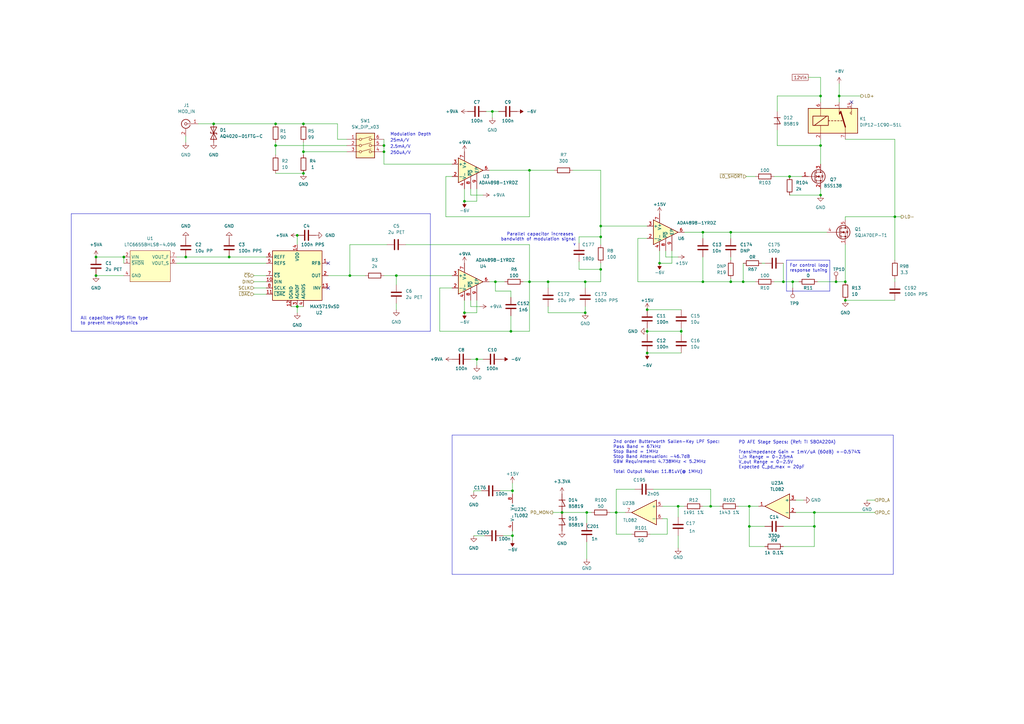
<source format=kicad_sch>
(kicad_sch (version 20230121) (generator eeschema)
  (paper "A3")
  (title_block (title "Kirdy") (date "2022-07-03") (rev "r0.1") (company "M-Labs") (comment 1 "Alex Wong Tat Hang"))
  (lib_symbols
    (symbol "Amplifier_Operational:ADA4898-1YRDZ" (pin_names (offset 0.127))
      (property "Reference" "U" (at 3.81 3.81 0))
      (property "Value" "ADA4898-1YRDZ" (at 11.43 -2.54 0))
      (symbol "ADA4898-1YRDZ_1_1"
        (pin input line (at -7.62 -2.54 0) (length 2.54) (name "-") (number "2"))
        (pin input line (at -7.62 2.54 0) (length 2.54) (name "+") (number "3"))
        (pin power_in line (at -2.54 -7.62 90) (length 3.81) (name "V-") (number "4"))
        (pin output line (at 7.62 0 180) (length 2.54) (name "~") (number "6"))
        (pin power_in line (at -2.54 7.62 270) (length 3.81) (name "V+") (number "7"))
        (pin input line (at 0 -7.62 90) (length 5.08) (name "~{PD}") (number "8"))
        (pin passive line (at 2.54 -7.62 90) (length 6.35) (name "EP") (number "9"))
      )
    )
    (symbol "Amplifier_Operational:TL082" (pin_names (offset 0.127))
      (property "Reference" "U" (at 0 5.08 0))
      (property "Value" "TL082" (at 0 -5.08 0))
      (symbol "TL082_1_1"
        (pin output line (at 7.62 0 180) (length 2.54) (name "~") (number "1"))
        (pin input line (at -7.62 -2.54 0) (length 2.54) (name "-") (number "2"))
        (pin input line (at -7.62 2.54 0) (length 2.54) (name "+") (number "3"))
      )
      (symbol "TL082_2_1"
        (pin input line (at -7.62 2.54 0) (length 2.54) (name "+") (number "5"))
        (pin input line (at -7.62 -2.54 0) (length 2.54) (name "-") (number "6"))
        (pin output line (at 7.62 0 180) (length 2.54) (name "~") (number "7"))
      )
      (symbol "TL082_3_1"
        (pin power_in line (at -2.54 -7.62 90) (length 3.81) (name "V-") (number "4"))
        (pin power_in line (at -2.54 7.62 270) (length 3.81) (name "V+") (number "8"))
      )
    )
    (symbol "Analog_DAC:MAX5719xSD"
      (property "Reference" "U" (at -10.16 11.43 0))
      (property "Value" "MAX5719xSD" (at 1.27 11.43 0))
      (symbol "MAX5719xSD_1_1"
        (pin passive line (at 12.7 5.08 180) (length 2.54) (name "RFB") (number "1"))
        (pin input line (at -12.7 -2.54 0) (length 2.54) (name "DIN") (number "10"))
        (pin input line (at -12.7 -7.62 0) (length 2.54) (name "~{LDAC}") (number "11"))
        (pin power_in line (at -2.54 -12.7 90) (length 2.54) (name "DGND") (number "12"))
        (pin passive line (at 12.7 -5.08 180) (length 2.54) (name "INV") (number "13"))
        (pin power_in line (at 0 12.7 270) (length 2.54) (name "VDD") (number "14"))
        (pin output line (at 12.7 0 180) (length 2.54) (name "OUT") (number "2"))
        (pin power_in line (at 0 -12.7 90) (length 2.54) (name "AGNDF") (number "3"))
        (pin power_in line (at 2.54 -12.7 90) (length 2.54) (name "AGNDS") (number "4"))
        (pin input line (at -12.7 5.08 0) (length 2.54) (name "REFS") (number "5"))
        (pin input line (at -12.7 7.62 0) (length 2.54) (name "REFF") (number "6"))
        (pin input line (at -12.7 0 0) (length 2.54) (name "~{CS}") (number "7"))
        (pin input line (at -12.7 -5.08 0) (length 2.54) (name "SCLK") (number "8"))
        (pin no_connect line (at 10.16 -7.62 180) (length 2.54) hide (name "NC") (number "9"))
      )
    )
    (symbol "Connector:Conn_Coaxial" (pin_names (offset 1.016) hide)
      (property "Reference" "J" (at 0.254 3.048 0))
      (property "Value" "Conn_Coaxial" (at 2.921 0 90))
      (symbol "Conn_Coaxial_1_1"
        (pin passive line (at -5.08 0 0) (length 2.54) (name "In") (number "1"))
        (pin passive line (at 0 -5.08 90) (length 2.54) (name "Ext") (number "2"))
      )
    )
    (symbol "Connector:TestPoint" (pin_numbers hide) (pin_names (offset 0.762) hide)
      (property "Reference" "TP" (at 0 6.858 0))
      (property "Value" "TestPoint" (at 0 5.08 0))
      (symbol "TestPoint_1_1"
        (pin passive line (at 0 0 90) (length 2.54) (name "1") (number "1"))
      )
    )
    (symbol "Device:C" (pin_numbers hide) (pin_names (offset 0.254))
      (property "Reference" "C" (at 0.635 2.54 0))
      (property "Value" "C" (at 0.635 -2.54 0))
      (symbol "C_1_1"
        (pin passive line (at 0 3.81 270) (length 2.794) (name "~") (number "1"))
        (pin passive line (at 0 -3.81 90) (length 2.794) (name "~") (number "2"))
      )
    )
    (symbol "Device:D_Shockley" (pin_numbers hide) (pin_names (offset 1.016) hide)
      (property "Reference" "D" (at 0 2.54 0))
      (property "Value" "D_Shockley" (at 0 -2.54 0))
      (symbol "D_Shockley_1_1"
        (pin passive line (at -3.81 0 0) (length 2.54) (name "K") (number "1"))
        (pin passive line (at 3.81 0 180) (length 2.54) (name "A") (number "2"))
      )
    )
    (symbol "Device:D_TVS" (pin_numbers hide) (pin_names (offset 1.016) hide)
      (property "Reference" "D" (at 0 2.54 0))
      (property "Value" "D_TVS" (at 0 -2.54 0))
      (symbol "D_TVS_1_1"
        (pin passive line (at -3.81 0 0) (length 2.54) (name "A1") (number "1"))
        (pin passive line (at 3.81 0 180) (length 2.54) (name "A2") (number "2"))
      )
    )
    (symbol "Device:R" (pin_numbers hide) (pin_names (offset 0))
      (property "Reference" "R" (at 2.032 0 90))
      (property "Value" "R" (at 0 0 90))
      (symbol "R_1_1"
        (pin passive line (at 0 3.81 270) (length 1.27) (name "~") (number "1"))
        (pin passive line (at 0 -3.81 90) (length 1.27) (name "~") (number "2"))
      )
    )
    (symbol "Relay:DIPxx-1Cxx-51x"
      (property "Reference" "K" (at 11.43 3.81 0))
      (property "Value" "DIPxx-1Cxx-51x" (at 11.43 1.27 0))
      (symbol "DIPxx-1Cxx-51x_1_1"
        (pin passive line (at 2.54 7.62 270) (length 2.54) (name "~") (number "1"))
        (pin passive line (at 7.62 7.62 270) (length 2.54) (name "~") (number "14"))
        (pin passive line (at -5.08 -7.62 90) (length 2.54) (name "~") (number "2"))
        (pin passive line (at -5.08 7.62 270) (length 2.54) (name "~") (number "6"))
        (pin passive line (at 5.08 -7.62 90) (length 2.54) (name "~") (number "7"))
        (pin passive line (at 5.08 -7.62 90) (length 2.54) hide (name "~") (number "8"))
      )
    )
    (symbol "Switch:SW_DIP_x03" (pin_names (offset 0) hide)
      (property "Reference" "SW" (at 0 8.89 0))
      (property "Value" "SW_DIP_x03" (at 0 -3.81 0))
      (symbol "SW_DIP_x03_1_1"
        (pin passive line (at -7.62 5.08 0) (length 5.08) (name "~") (number "1"))
        (pin passive line (at -7.62 2.54 0) (length 5.08) (name "~") (number "2"))
        (pin passive line (at -7.62 0 0) (length 5.08) (name "~") (number "3"))
        (pin passive line (at 7.62 0 180) (length 5.08) (name "~") (number "4"))
        (pin passive line (at 7.62 2.54 180) (length 5.08) (name "~") (number "5"))
        (pin passive line (at 7.62 5.08 180) (length 5.08) (name "~") (number "6"))
      )
    )
    (symbol "Transistor_FET:BSS138" (pin_names hide)
      (property "Reference" "Q" (at 5.08 1.905 0))
      (property "Value" "BSS138" (at 5.08 0 0))
      (symbol "BSS138_1_1"
        (pin input line (at -5.08 0 0) (length 2.54) (name "G") (number "1"))
        (pin passive line (at 2.54 -5.08 90) (length 2.54) (name "S") (number "2"))
        (pin passive line (at 2.54 5.08 270) (length 2.54) (name "D") (number "3"))
      )
    )
    (symbol "Transistor_FET:CSD17507Q5A" (pin_names hide)
      (property "Reference" "Q" (at 5.08 1.905 0))
      (property "Value" "CSD17507Q5A" (at 5.08 0 0))
      (symbol "CSD17507Q5A_1_1"
        (pin passive line (at 2.54 -5.08 90) (length 2.54) (name "S") (number "1"))
        (pin passive line (at 2.54 -5.08 90) (length 2.54) hide (name "S") (number "2"))
        (pin passive line (at 2.54 -5.08 90) (length 2.54) hide (name "S") (number "3"))
        (pin passive line (at -5.08 0 0) (length 2.54) (name "G") (number "4"))
        (pin passive line (at 2.54 5.08 270) (length 2.54) (name "D") (number "5"))
      )
    )
    (symbol "kirdy:LTC6655"
      (property "Reference" "U" (at 0 -10.16 0))
      (property "Value" "LTC6655" (at 0 -7.62 0))
      (symbol "LTC6655_0_0"
        (pin input line (at -10.16 2.54 0) (length 2.54) (name "~{SHDN}") (number "1"))
        (pin power_in line (at -10.16 5.08 0) (length 2.54) (name "VIN") (number "2"))
        (pin power_in line (at -10.16 -2.54 0) (length 2.54) hide (name "GND") (number "3"))
        (pin power_in line (at -10.16 -2.54 0) (length 2.54) (name "GND") (number "4"))
        (pin power_in line (at -10.16 -2.54 0) (length 2.54) hide (name "GND") (number "5"))
        (pin passive line (at 11.43 2.54 180) (length 2.54) (name "VOUT_S") (number "6"))
        (pin output line (at 11.43 5.08 180) (length 2.54) (name "VOUT_F") (number "7"))
        (pin power_in line (at -10.16 -2.54 0) (length 2.54) hide (name "GND") (number "8"))
      )
    )
    (symbol "power:+15V" (power) (pin_names (offset 0))
      (property "Value" "+15V" (at 0 3.556 0))
      (symbol "+15V_1_1"
        (pin power_in line (at 0 0 90) (length 0) hide (name "+15V") (number "1"))
      )
    )
    (symbol "power:+3.3VA" (power) (pin_names (offset 0))
      (property "Value" "+3.3VA" (at 0 3.556 0))
      (symbol "+3.3VA_1_1"
        (pin power_in line (at 0 0 90) (length 0) hide (name "+3.3VA") (number "1"))
      )
    )
    (symbol "power:+5VA" (power) (pin_names (offset 0))
      (property "Value" "+5VA" (at 0 3.556 0))
      (symbol "+5VA_1_1"
        (pin power_in line (at 0 0 90) (length 0) hide (name "+5VA") (number "1"))
      )
    )
    (symbol "power:+8V" (power) (pin_names (offset 0))
      (property "Value" "+8V" (at 0 3.556 0))
      (symbol "+8V_1_1"
        (pin power_in line (at 0 0 90) (length 0) hide (name "+8V") (number "1"))
      )
    )
    (symbol "power:+9VA" (power) (pin_names (offset 0))
      (property "Value" "+9VA" (at 0 3.81 0))
      (symbol "+9VA_1_1"
        (pin power_in line (at 0 0 90) (length 0) hide (name "+9VA") (number "1"))
      )
    )
    (symbol "power:-6V" (power) (pin_names (offset 0))
      (property "Value" "-6V" (at 0 3.81 0))
      (symbol "-6V_0_0"
        (pin power_in line (at 0 0 90) (length 0) hide (name "-6V") (number "1"))
      )
    )
    (symbol "power:GND" (power) (pin_names (offset 0))
      (property "Value" "GND" (at 0 -3.81 0))
      (symbol "GND_1_1"
        (pin power_in line (at 0 0 270) (length 0) hide (name "GND") (number "1"))
      )
    )
  )
  (junction (at 270.51 107.95))
  (junction (at 124.46 71.12))
  (junction (at 217.17 69.85))
  (junction (at 265.43 135.89))
  (junction (at 203.2 115.57))
  (junction (at 121.92 96.52))
  (junction (at 288.29 95.25))
  (junction (at 367.03 88.9))
  (junction (at 334.01 210.185))
  (junction (at 210.185 201.295))
  (junction (at 87.63 50.8))
  (junction (at 201.93 45.72))
  (junction (at 157.48 62.23))
  (junction (at 240.03 115.57))
  (junction (at 195.58 147.32))
  (junction (at 299.72 115.57))
  (junction (at 265.43 127))
  (junction (at 252.73 210.185))
  (junction (at 346.71 115.57))
  (junction (at 190.5 128.27))
  (junction (at 124.46 50.8))
  (junction (at 336.55 39.37))
  (junction (at 217.17 115.57))
  (junction (at 307.34 207.645))
  (junction (at 224.79 115.57))
  (junction (at 334.01 215.9))
  (junction (at 190.5 82.55))
  (junction (at 325.12 115.57))
  (junction (at 288.29 115.57))
  (junction (at 143.51 113.03))
  (junction (at 336.55 80.01))
  (junction (at 299.72 95.25))
  (junction (at 113.03 50.8))
  (junction (at 162.56 113.03))
  (junction (at 76.2 105.41))
  (junction (at 279.4 135.89))
  (junction (at 210.185 219.71))
  (junction (at 246.38 110.49))
  (junction (at 246.38 92.71))
  (junction (at 50.8 105.41))
  (junction (at 346.71 123.19))
  (junction (at 265.43 144.78))
  (junction (at 291.465 207.645))
  (junction (at 93.98 105.41))
  (junction (at 39.37 113.03))
  (junction (at 278.13 207.645))
  (junction (at 240.03 128.27))
  (junction (at 113.03 59.69))
  (junction (at 307.34 215.9))
  (junction (at 336.55 59.69))
  (junction (at 246.38 97.155))
  (junction (at 344.17 39.37))
  (junction (at 230.505 210.185))
  (junction (at 304.8 115.57))
  (junction (at 124.46 62.23))
  (junction (at 121.92 125.73))
  (junction (at 209.55 135.89))
  (junction (at 240.665 210.185))
  (junction (at 39.37 105.41))
  (junction (at 157.48 59.69))
  (junction (at 342.9 115.57))
  (junction (at 323.85 72.39))
  (junction (at 321.31 115.57))
  (no_connect (at 349.25 41.91))
  (no_connect (at 134.62 118.11))
  (no_connect (at 134.62 107.95))
  (wire (pts (xy 162.56 124.46) (xy 162.56 127)))
  (wire (pts (xy 104.14 113.03) (xy 109.22 113.03)))
  (wire (pts (xy 50.8 105.41) (xy 50.8 107.95)))
  (wire (pts (xy 157.48 59.69) (xy 157.48 62.23)))
  (wire (pts (xy 323.85 72.39) (xy 328.93 72.39)))
  (wire (pts (xy 217.17 115.57) (xy 224.79 115.57)))
  (wire (pts (xy 259.08 219.075) (xy 252.73 219.075)))
  (wire (pts (xy 113.03 71.12) (xy 124.46 71.12)))
  (wire (pts (xy 334.01 210.185) (xy 358.775 210.185)))
  (wire (pts (xy 335.28 115.57) (xy 342.9 115.57)))
  (wire (pts (xy 288.29 95.25) (xy 299.72 95.25)))
  (wire (pts (xy 313.69 224.155) (xy 307.34 224.155)))
  (wire (pts (xy 237.49 107.315) (xy 237.49 110.49)))
  (wire (pts (xy 318.77 59.69) (xy 336.55 59.69)))
  (wire (pts (xy 325.12 118.11) (xy 325.12 115.57)))
  (wire (pts (xy 271.78 212.725) (xy 273.685 212.725)))
  (wire (pts (xy 240.03 115.57) (xy 246.38 115.57)))
  (wire (pts (xy 265.43 135.89) (xy 265.43 137.16)))
  (wire (pts (xy 346.71 90.17) (xy 346.71 88.9)))
  (wire (pts (xy 210.185 219.71) (xy 210.185 221.615)))
  (wire (pts (xy 331.47 31.75) (xy 336.55 31.75)))
  (wire (pts (xy 240.665 210.185) (xy 242.57 210.185)))
  (wire (pts (xy 166.37 100.33) (xy 217.17 100.33)))
  (wire (pts (xy 138.43 57.15) (xy 142.24 57.15)))
  (wire (pts (xy 288.29 207.645) (xy 291.465 207.645)))
  (wire (pts (xy 76.2 58.42) (xy 76.2 55.88)))
  (wire (pts (xy 240.03 118.11) (xy 240.03 115.57)))
  (wire (pts (xy 288.29 95.25) (xy 288.29 97.79)))
  (wire (pts (xy 280.67 95.25) (xy 288.29 95.25)))
  (wire (pts (xy 193.04 125.73) (xy 196.85 125.73)))
  (wire (pts (xy 336.55 31.75) (xy 336.55 39.37)))
  (wire (pts (xy 124.46 58.42) (xy 124.46 62.23)))
  (wire (pts (xy 246.38 107.95) (xy 246.38 110.49)))
  (wire (pts (xy 367.03 114.3) (xy 367.03 115.57)))
  (wire (pts (xy 299.72 95.25) (xy 339.09 95.25)))
  (wire (pts (xy 81.28 50.8) (xy 87.63 50.8)))
  (polyline (pts (xy 322.58 119.38) (xy 340.36 119.38)))
  (wire (pts (xy 104.14 118.11) (xy 109.22 118.11)))
  (wire (pts (xy 237.49 110.49) (xy 246.38 110.49)))
  (wire (pts (xy 252.73 200.66) (xy 252.73 210.185)))
  (wire (pts (xy 206.375 219.71) (xy 210.185 219.71)))
  (wire (pts (xy 273.05 105.41) (xy 278.13 105.41)))
  (wire (pts (xy 237.49 97.155) (xy 246.38 97.155)))
  (polyline (pts (xy 322.58 106.68) (xy 340.36 106.68)))
  (wire (pts (xy 318.77 53.34) (xy 318.77 59.69)))
  (wire (pts (xy 157.48 57.15) (xy 157.48 59.69)))
  (wire (pts (xy 299.72 105.41) (xy 299.72 106.68)))
  (wire (pts (xy 76.2 105.41) (xy 93.98 105.41)))
  (wire (pts (xy 104.14 115.57) (xy 109.22 115.57)))
  (wire (pts (xy 113.03 58.42) (xy 113.03 59.69)))
  (wire (pts (xy 200.66 69.85) (xy 217.17 69.85)))
  (wire (pts (xy 201.93 45.72) (xy 201.93 48.26)))
  (wire (pts (xy 326.39 210.185) (xy 334.01 210.185)))
  (wire (pts (xy 306.07 72.39) (xy 309.88 72.39)))
  (wire (pts (xy 224.79 115.57) (xy 240.03 115.57)))
  (wire (pts (xy 267.97 200.66) (xy 291.465 200.66)))
  (wire (pts (xy 217.17 88.9) (xy 217.17 69.85)))
  (wire (pts (xy 209.55 135.89) (xy 217.17 135.89)))
  (wire (pts (xy 210.185 198.12) (xy 210.185 201.295)))
  (wire (pts (xy 252.73 210.185) (xy 256.54 210.185)))
  (wire (pts (xy 162.56 113.03) (xy 185.42 113.03)))
  (wire (pts (xy 157.48 113.03) (xy 162.56 113.03)))
  (wire (pts (xy 299.72 95.25) (xy 299.72 97.79)))
  (wire (pts (xy 217.17 135.89) (xy 217.17 115.57)))
  (wire (pts (xy 367.03 88.9) (xy 346.71 88.9)))
  (wire (pts (xy 240.03 128.27) (xy 240.03 125.73)))
  (wire (pts (xy 72.39 107.95) (xy 109.22 107.95)))
  (wire (pts (xy 336.55 57.15) (xy 336.55 59.69)))
  (wire (pts (xy 124.46 62.23) (xy 142.24 62.23)))
  (wire (pts (xy 214.63 115.57) (xy 217.17 115.57)))
  (wire (pts (xy 278.13 212.09) (xy 278.13 207.645)))
  (wire (pts (xy 279.4 135.89) (xy 265.43 135.89)))
  (wire (pts (xy 201.93 45.72) (xy 204.47 45.72)))
  (wire (pts (xy 180.34 118.11) (xy 180.34 135.89)))
  (wire (pts (xy 307.34 215.9) (xy 307.34 224.155)))
  (wire (pts (xy 195.58 82.55) (xy 195.58 77.47)))
  (wire (pts (xy 190.5 77.47) (xy 190.5 82.55)))
  (wire (pts (xy 195.58 128.27) (xy 195.58 123.19)))
  (wire (pts (xy 291.465 200.66) (xy 291.465 207.645)))
  (wire (pts (xy 143.51 100.33) (xy 143.51 113.03)))
  (wire (pts (xy 158.75 100.33) (xy 143.51 100.33)))
  (polyline (pts (xy 29.21 87.63) (xy 176.53 87.63)))
  (wire (pts (xy 346.71 123.19) (xy 367.03 123.19)))
  (wire (pts (xy 342.9 115.57) (xy 346.71 115.57)))
  (wire (pts (xy 266.7 219.075) (xy 273.685 219.075)))
  (wire (pts (xy 271.78 207.645) (xy 278.13 207.645)))
  (wire (pts (xy 195.58 147.32) (xy 198.12 147.32)))
  (wire (pts (xy 87.63 50.8) (xy 113.03 50.8)))
  (wire (pts (xy 246.38 97.155) (xy 246.38 100.33)))
  (wire (pts (xy 304.8 107.95) (xy 304.8 115.57)))
  (wire (pts (xy 193.04 77.47) (xy 193.04 80.01)))
  (wire (pts (xy 113.03 50.8) (xy 124.46 50.8)))
  (wire (pts (xy 336.55 39.37) (xy 336.55 41.91)))
  (wire (pts (xy 190.5 82.55) (xy 195.58 82.55)))
  (wire (pts (xy 193.04 147.32) (xy 195.58 147.32)))
  (wire (pts (xy 329.565 205.105) (xy 326.39 205.105)))
  (wire (pts (xy 321.31 115.57) (xy 325.12 115.57)))
  (wire (pts (xy 240.665 222.25) (xy 240.665 229.235)))
  (wire (pts (xy 246.38 69.85) (xy 246.38 92.71)))
  (wire (pts (xy 270.51 107.95) (xy 275.59 107.95)))
  (wire (pts (xy 199.39 45.72) (xy 201.93 45.72)))
  (wire (pts (xy 344.17 39.37) (xy 344.17 41.91)))
  (wire (pts (xy 185.42 72.39) (xy 182.88 72.39)))
  (wire (pts (xy 230.505 210.185) (xy 240.665 210.185)))
  (polyline (pts (xy 340.36 119.38) (xy 340.36 106.68)))
  (wire (pts (xy 72.39 105.41) (xy 76.2 105.41)))
  (wire (pts (xy 180.34 135.89) (xy 209.55 135.89)))
  (wire (pts (xy 193.04 123.19) (xy 193.04 125.73)))
  (wire (pts (xy 134.62 113.03) (xy 143.51 113.03)))
  (wire (pts (xy 209.55 119.38) (xy 203.2 119.38)))
  (wire (pts (xy 93.98 105.41) (xy 109.22 105.41)))
  (wire (pts (xy 291.465 207.645) (xy 295.275 207.645)))
  (wire (pts (xy 317.5 115.57) (xy 321.31 115.57)))
  (wire (pts (xy 367.03 57.15) (xy 346.71 57.15)))
  (wire (pts (xy 250.19 210.185) (xy 252.73 210.185)))
  (wire (pts (xy 334.01 210.185) (xy 334.01 215.9)))
  (wire (pts (xy 234.95 69.85) (xy 246.38 69.85)))
  (wire (pts (xy 278.13 224.79) (xy 278.13 219.71)))
  (wire (pts (xy 39.37 105.41) (xy 50.8 105.41)))
  (wire (pts (xy 39.37 113.03) (xy 50.8 113.03)))
  (wire (pts (xy 369.57 88.9) (xy 367.03 88.9)))
  (wire (pts (xy 318.77 39.37) (xy 336.55 39.37)))
  (wire (pts (xy 302.895 207.645) (xy 307.34 207.645)))
  (wire (pts (xy 190.5 128.27) (xy 195.58 128.27)))
  (wire (pts (xy 124.46 62.23) (xy 124.46 63.5)))
  (wire (pts (xy 270.51 102.87) (xy 270.51 107.95)))
  (polyline (pts (xy 29.21 87.63) (xy 29.21 135.89)))
  (wire (pts (xy 325.12 115.57) (xy 327.66 115.57)))
  (wire (pts (xy 113.03 59.69) (xy 142.24 59.69)))
  (wire (pts (xy 252.73 210.185) (xy 252.73 219.075)))
  (wire (pts (xy 261.62 115.57) (xy 261.62 97.79)))
  (wire (pts (xy 121.92 96.52) (xy 121.92 100.33)))
  (wire (pts (xy 273.685 212.725) (xy 273.685 219.075)))
  (wire (pts (xy 273.05 102.87) (xy 273.05 105.41)))
  (wire (pts (xy 157.48 67.31) (xy 185.42 67.31)))
  (wire (pts (xy 226.695 210.185) (xy 230.505 210.185)))
  (polyline (pts (xy 322.58 106.68) (xy 322.58 119.38)))
  (wire (pts (xy 217.17 69.85) (xy 227.33 69.85)))
  (wire (pts (xy 336.55 59.69) (xy 336.55 67.31)))
  (wire (pts (xy 321.31 224.155) (xy 334.01 224.155)))
  (wire (pts (xy 304.8 115.57) (xy 309.88 115.57)))
  (wire (pts (xy 194.31 201.93) (xy 194.31 201.295)))
  (wire (pts (xy 344.17 39.37) (xy 353.06 39.37)))
  (wire (pts (xy 288.29 115.57) (xy 261.62 115.57)))
  (wire (pts (xy 307.34 207.645) (xy 311.15 207.645)))
  (wire (pts (xy 182.88 88.9) (xy 217.17 88.9)))
  (wire (pts (xy 119.38 125.73) (xy 121.92 125.73)))
  (wire (pts (xy 246.38 92.71) (xy 265.43 92.71)))
  (wire (pts (xy 367.03 88.9) (xy 367.03 106.68)))
  (wire (pts (xy 104.14 120.65) (xy 109.22 120.65)))
  (wire (pts (xy 318.77 45.72) (xy 318.77 39.37)))
  (wire (pts (xy 143.51 113.03) (xy 149.86 113.03)))
  (wire (pts (xy 193.04 80.01) (xy 198.12 80.01)))
  (wire (pts (xy 246.38 92.71) (xy 246.38 97.155)))
  (polyline (pts (xy 29.21 135.89) (xy 176.53 135.89)))
  (wire (pts (xy 210.185 201.295) (xy 210.185 202.565)))
  (wire (pts (xy 194.31 201.295) (xy 197.485 201.295)))
  (wire (pts (xy 224.79 125.73) (xy 224.79 128.27)))
  (wire (pts (xy 299.72 114.3) (xy 299.72 115.57)))
  (wire (pts (xy 367.03 57.15) (xy 367.03 88.9)))
  (wire (pts (xy 190.5 123.19) (xy 190.5 128.27)))
  (wire (pts (xy 224.79 118.11) (xy 224.79 115.57)))
  (wire (pts (xy 203.2 119.38) (xy 203.2 115.57)))
  (wire (pts (xy 321.31 107.95) (xy 321.31 115.57)))
  (wire (pts (xy 209.55 129.54) (xy 209.55 135.89)))
  (wire (pts (xy 205.105 201.295) (xy 210.185 201.295)))
  (wire (pts (xy 279.4 134.62) (xy 279.4 135.89)))
  (wire (pts (xy 344.17 34.29) (xy 344.17 39.37)))
  (wire (pts (xy 312.42 107.95) (xy 313.69 107.95)))
  (wire (pts (xy 246.38 110.49) (xy 246.38 115.57)))
  (wire (pts (xy 323.85 80.01) (xy 336.55 80.01)))
  (wire (pts (xy 113.03 59.69) (xy 113.03 63.5)))
  (wire (pts (xy 121.92 125.73) (xy 121.92 128.27)))
  (wire (pts (xy 217.17 100.33) (xy 217.17 115.57)))
  (wire (pts (xy 279.4 135.89) (xy 279.4 137.16)))
  (wire (pts (xy 210.185 217.805) (xy 210.185 219.71)))
  (wire (pts (xy 162.56 113.03) (xy 162.56 116.84)))
  (wire (pts (xy 157.48 62.23) (xy 157.48 67.31)))
  (wire (pts (xy 346.71 100.33) (xy 346.71 115.57)))
  (wire (pts (xy 124.46 50.8) (xy 138.43 50.8)))
  (wire (pts (xy 355.6 205.105) (xy 358.775 205.105)))
  (wire (pts (xy 203.2 115.57) (xy 207.01 115.57)))
  (wire (pts (xy 240.665 214.63) (xy 240.665 210.185)))
  (wire (pts (xy 336.55 77.47) (xy 336.55 80.01)))
  (wire (pts (xy 321.31 215.9) (xy 334.01 215.9)))
  (wire (pts (xy 307.34 207.645) (xy 307.34 215.9)))
  (wire (pts (xy 317.5 72.39) (xy 323.85 72.39)))
  (wire (pts (xy 185.42 118.11) (xy 180.34 118.11)))
  (wire (pts (xy 194.31 219.71) (xy 198.755 219.71)))
  (wire (pts (xy 265.43 134.62) (xy 265.43 135.89)))
  (wire (pts (xy 224.79 128.27) (xy 240.03 128.27)))
  (wire (pts (xy 265.43 127) (xy 279.4 127)))
  (wire (pts (xy 260.35 200.66) (xy 252.73 200.66)))
  (wire (pts (xy 288.29 115.57) (xy 299.72 115.57)))
  (wire (pts (xy 209.55 121.92) (xy 209.55 119.38)))
  (wire (pts (xy 265.43 144.78) (xy 279.4 144.78)))
  (wire (pts (xy 278.13 207.645) (xy 280.67 207.645)))
  (wire (pts (xy 200.66 115.57) (xy 203.2 115.57)))
  (wire (pts (xy 138.43 50.8) (xy 138.43 57.15)))
  (wire (pts (xy 275.59 107.95) (xy 275.59 102.87)))
  (wire (pts (xy 288.29 105.41) (xy 288.29 115.57)))
  (wire (pts (xy 195.58 147.32) (xy 195.58 149.86)))
  (wire (pts (xy 299.72 115.57) (xy 304.8 115.57)))
  (polyline (pts (xy 176.53 135.89) (xy 176.53 87.63)))
  (wire (pts (xy 237.49 99.695) (xy 237.49 97.155)))
  (wire (pts (xy 121.92 125.73) (xy 124.46 125.73)))
  (wire (pts (xy 182.88 72.39) (xy 182.88 88.9)))
  (wire (pts (xy 261.62 97.79) (xy 265.43 97.79)))
  (wire (pts (xy 334.01 215.9) (xy 334.01 224.155)))
  (wire (pts (xy 313.69 215.9) (xy 307.34 215.9)))
  (rectangle (start 185.42 178.435) (end 366.395 235.585))
  (text "250uA/V" (at 160.02 63.5 0) (effects (font (size 1.27 1.27)) (justify left bottom)))
  (text "All capacitors PPS film type\nto prevent microphonics " (at 33.02 133.35 0) (effects (font (size 1.27 1.27)) (justify left bottom)))
  (text "2.5mA/V" (at 160.02 60.96 0) (effects (font (size 1.27 1.27)) (justify left bottom)))
  (text "For control loop\nresponse tuning" (at 323.85 111.76 0) (effects (font (size 1.27 1.27)) (justify left bottom)))
  (text "25mA/V" (at 160.02 58.42 0) (effects (font (size 1.27 1.27)) (justify left bottom)))
  (text "PD AFE Stage Specs: (Ref: TI SBOA220A)\n\nTransimpedance Gain = 1mV/uA (60dB) +-0.574%\nI_in Range = 0-2.5mA\nV_out Range = 0-2.5V\nExpected C_pd_max = 20pF" (at 302.895 192.405 0) (effects (font (size 1.27 1.27)) (justify left bottom)))
  (text "\n2nd order Butterworth Sallen-Key LPF Spec:\nPass Band = 67kHz\nStop Band = 1MHz\nStop Band Attenuation: -46.7dB\nGBW Requirement: 4.738MHz < 5.2MHz\n\nTotal Output Noise: 11.81uV(@ 1MHz)" (at 251.46 194.31 0) (effects (font (size 1.27 1.27)) (justify left bottom)))
  (text "Parallel capacitor increases \nbandwidth of modulation signal\nv" (at 236.22 100.965 0) (effects (font (size 1.27 1.27)) (justify right bottom)))
  (text "Modulation Depth" (at 160.02 55.88 0) (effects (font (size 1.27 1.27)) (justify left bottom)))
  (global_label "12Vin" (shape passive) (at 331.47 31.75 180) (property "Intersheetrefs" "${INTERSHEET_REFS}" (effects hide)))
  (hierarchical_label "PD_MON" (shape output) (at 226.695 210.185 180))
  (hierarchical_label "PD_C" (shape input) (at 358.775 210.185 0))
  (hierarchical_label "~{LDAC}" (shape input) (at 104.14 120.65 180))
  (hierarchical_label "~{LD_SHORT}" (shape input) (at 306.07 72.39 180))
  (hierarchical_label "LD+" (shape output) (at 353.06 39.37 0))
  (hierarchical_label "PD_A" (shape input) (at 358.775 205.105 0))
  (hierarchical_label "SCLK" (shape input) (at 104.14 118.11 180))
  (hierarchical_label "DIN" (shape input) (at 104.14 115.57 180))
  (hierarchical_label "LD-" (shape output) (at 369.57 88.9 0))
  (hierarchical_label "~{CS}" (shape input) (at 104.14 113.03 180))
  (symbol (lib_id "Connector:TestPoint") (at 342.9 115.57 0) (unit 1)
    (property "Reference" "TP10" (at 341.63 110.49 0) (effects (justify left)))
    (property "Value" "TestPoint" (effects hide))
    (property "Footprint" "TestPoint:TestPoint_Pad_2.0x2.0mm" (effects hide))
  )
  (symbol (lib_id "Device:R") (at 299.72 110.49 180) (unit 1)
    (property "Reference" "R19" (at 295.91 111.76 0))
    (property "Value" "DNP" (at 295.91 109.22 0))
    (property "Footprint" "Resistor_SMD:R_0603_1608Metric" (effects hide))
  )
  (symbol (lib_id "Device:R") (at 284.48 207.645 90) (unit 1)
    (property "Reference" "R12" (at 284.48 205.105 90))
    (property "Value" "1k91 1%" (at 284.48 210.185 90))
    (property "Footprint" "Resistor_SMD:R_0603_1608Metric" (effects hide))
    (property "MFR_PN_ALT" "WR06X1001FTL" (effects hide))
  )
  (symbol (lib_id "Device:C") (at 264.16 200.66 270) (unit 1)
    (property "Reference" "C195" (at 262.255 196.85 90))
    (property "Value" "2n05" (at 267.97 202.565 90))
    (property "Footprint" "Capacitor_SMD:C_0603_1608Metric" (effects hide))
  )
  (symbol (lib_id "Device:R") (at 323.85 76.2 180) (unit 1)
    (property "Reference" "R104" (at 326.39 74.9299 0) (effects (justify right)))
    (property "Value" "2k" (at 326.39 77.4699 0) (effects (justify right)))
    (property "Footprint" "Resistor_SMD:R_0603_1608Metric" (effects hide))
    (property "MFR_PN" "RC0603FR-072KL" (effects hide))
    (property "MFR_PN_ALT" "ERJ-3EKF2001V" (effects hide))
  )
  (symbol (lib_id "power:GND") (at 336.55 80.01 0) (unit 1)
    (property "Reference" "#PWR0171" (effects hide))
    (property "Value" "GND" (at 336.55 85.09 0))
  )
  (symbol (lib_id "power:-6V") (at 212.09 45.72 270) (unit 1)
    (property "Reference" "#PWR022" (effects hide))
    (property "Value" "-6V" (at 215.9 45.7199 90) (effects (justify left)))
  )
  (symbol (lib_id "Device:C") (at 162.56 100.33 90) (unit 1)
    (property "Reference" "C5" (at 162.56 92.71 90))
    (property "Value" "2u PET" (at 162.56 95.25 90))
    (property "Footprint" "Capacitor_SMD:C_1812_4532Metric" (effects hide))
    (property "MFR_PN" "35MU225MC14532" (effects hide))
  )
  (symbol (lib_id "power:+15V") (at 265.43 127 0) (unit 1)
    (property "Reference" "#PWR028" (effects hide))
    (property "Value" "+15V" (at 265.43 123.19 0))
  )
  (symbol (lib_id "Device:R") (at 331.47 115.57 90) (unit 1)
    (property "Reference" "R11" (at 331.47 118.11 90))
    (property "Value" "0" (at 331.47 113.03 90))
    (property "Footprint" "Resistor_SMD:R_0603_1608Metric" (effects hide))
    (property "MFR_PN" "RMCF0603ZT0R00" (effects hide))
    (property "MFR_PN_ALT" "CR0603-J/-000ELF" (effects hide))
  )
  (symbol (lib_id "power:-6V") (at 205.74 147.32 270) (unit 1)
    (property "Reference" "#PWR023" (effects hide))
    (property "Value" "-6V" (at 209.55 147.3199 90) (effects (justify left)))
  )
  (symbol (lib_id "Device:D_Shockley") (at 230.505 206.375 270) (unit 1)
    (property "Reference" "D14" (at 233.045 205.1049 90) (effects (justify left)))
    (property "Value" "B5819" (at 233.045 207.6449 90) (effects (justify left)))
    (property "Footprint" "Diode_SMD:D_SOD-323" (effects hide))
    (property "MFR_PN" "B5819WS-TP" (effects hide))
  )
  (symbol (lib_id "power:GND") (at 194.31 201.93 0) (unit 1)
    (property "Reference" "#PWR0191" (effects hide))
    (property "Value" "GND" (at 194.31 207.01 0))
  )
  (symbol (lib_id "Device:C") (at 208.28 45.72 90) (unit 1)
    (property "Reference" "C9" (at 208.28 41.91 90))
    (property "Value" "100n" (at 208.28 49.53 90))
    (property "Footprint" "Capacitor_SMD:C_0603_1608Metric" (effects hide))
    (property "MFR_PN" "CL10B104KB8NNWC" (effects hide))
    (property "MFR_PN_ALT" "CL10B104KB8NNNL" (effects hide))
  )
  (symbol (lib_id "Device:R") (at 346.71 119.38 0) (unit 1)
    (property "Reference" "R13" (at 349.25 118.11 0) (effects (justify left)))
    (property "Value" "10" (at 349.25 120.65 0) (effects (justify left)))
    (property "Footprint" "Package_TO_SOT_THT:TO-220-2_Horizontal_TabDown" (effects hide))
    (property "Datasheet" "https://www.alpha-elec.co.jp/w2img/2022100715510167015-PD(EN)_final_10Jan2018.pdf" (effects hide))
    (property "MFR_PN" "PDY10R000F" (effects hide))
  )
  (symbol (lib_id "Relay:DIPxx-1Cxx-51x") (at 341.63 49.53 0) (unit 1)
    (property "Reference" "K1" (at 352.552 48.6953 0) (effects (justify left)))
    (property "Value" "DIP12-1C90-51L" (at 352.552 51.2322 0) (effects (justify left)))
    (property "Footprint" "Relay_THT:Relay_StandexMeder_DIP_LowProfile" (effects hide))
    (property "Datasheet" "https://standexelectronics.com/wp-content/uploads/datasheet_reed_relay_DIP.pdf" (effects hide))
  )
  (symbol (lib_id "Device:C") (at 278.13 215.9 180) (unit 1)
    (property "Reference" "C17" (at 283.21 214.63 0))
    (property "Value" "1n" (at 283.845 217.805 0))
    (property "Footprint" "Capacitor_SMD:C_0603_1608Metric" (effects hide))
  )
  (symbol (lib_id "power:+5VA") (at 39.37 105.41 0) (unit 1)
    (property "Reference" "#PWR01" (effects hide))
    (property "Value" "+5VA" (at 39.37 100.33 0))
  )
  (symbol (lib_id "Device:C") (at 279.4 140.97 0) (unit 1)
    (property "Reference" "C16" (at 283.21 139.6999 0) (effects (justify left)))
    (property "Value" "10u" (at 283.21 142.2399 0) (effects (justify left)))
    (property "Footprint" "Capacitor_SMD:C_0805_2012Metric" (effects hide))
    (property "MFR_PN" "CL21B106KOQNNNG" (effects hide))
    (property "MFR_PN_ALT" "CL21B106KOQNNNE" (effects hide))
  )
  (symbol (lib_id "Device:C") (at 76.2 101.6 0) (unit 1)
    (property "Reference" "C2" (at 80.01 100.3299 0) (effects (justify left)))
    (property "Value" "10u PP" (at 80.01 102.8699 0) (effects (justify left)))
    (property "Footprint" "Capacitor_SMD:C_1812_4532Metric" (effects hide))
    (property "MFR_PN" "16MU106MC44532" (effects hide))
  )
  (symbol (lib_id "Connector:TestPoint") (at 325.12 118.11 180) (unit 1)
    (property "Reference" "TP9" (at 327.66 124.46 0) (effects (justify left)))
    (property "Value" "TestPoint" (effects hide))
    (property "Footprint" "TestPoint:TestPoint_Pad_2.0x2.0mm" (effects hide))
  )
  (symbol (lib_id "Device:C") (at 299.72 101.6 0) (unit 1)
    (property "Reference" "C174" (at 303.53 100.3299 0) (effects (justify left)))
    (property "Value" "DNP" (at 303.53 102.8699 0) (effects (justify left)))
    (property "Footprint" "Capacitor_SMD:C_0603_1608Metric" (effects hide))
  )
  (symbol (lib_id "Device:R") (at 313.69 115.57 90) (unit 1)
    (property "Reference" "R10" (at 313.69 118.11 90))
    (property "Value" "100" (at 313.69 113.03 90))
    (property "Footprint" "Resistor_SMD:R_0603_1608Metric" (effects hide))
    (property "MFR_PN" "WR06X1000FTL" (effects hide))
    (property "MFR_PN_ALT" "RMCF0603FT100R" (effects hide))
  )
  (symbol (lib_id "Device:R") (at 367.03 110.49 180) (unit 1)
    (property "Reference" "R98" (at 370.84 109.22 0))
    (property "Value" "3.3" (at 370.84 111.76 0))
    (property "Footprint" "Resistor_SMD:R_0603_1608Metric" (effects hide))
  )
  (symbol (lib_id "power:GND") (at 121.92 128.27 0) (unit 1)
    (property "Reference" "#PWR06" (effects hide))
    (property "Value" "GND" (at 121.92 133.35 0))
  )
  (symbol (lib_id "Amplifier_Operational:ADA4898-1YRDZ") (at 273.05 95.25 0) (unit 1)
    (property "Reference" "U6" (at 279.4 97.79 0))
    (property "Value" "ADA4898-1YRDZ" (at 285.75 91.44 0))
    (property "Footprint" "Package_SO:SOIC-8-1EP_3.9x4.9mm_P1.27mm_EP2.29x3mm" (effects hide))
    (property "Datasheet" "https://www.analog.com/media/en/technical-documentation/data-sheets/ada4898-1_4898-2.pdf" (effects hide))
    (property "MFR_PN" "ADA4898-1YRDZ" (effects hide))
  )
  (symbol (lib_id "Device:C") (at 288.29 101.6 0) (unit 1)
    (property "Reference" "C13" (at 292.1 100.3299 0) (effects (justify left)))
    (property "Value" "10n" (at 292.1 102.8699 0) (effects (justify left)))
    (property "Footprint" "Capacitor_SMD:C_0603_1608Metric" (effects hide))
    (property "MFR_PN" "0603B103K500CT" (effects hide))
    (property "MFR_PN_ALT" "CL10B103KB8NNNC" (effects hide))
  )
  (symbol (lib_id "power:GND") (at 278.13 224.79 0) (unit 1)
    (property "Reference" "#PWR0187" (effects hide))
    (property "Value" "GND" (at 278.13 228.6 0))
  )
  (symbol (lib_id "power:GND") (at 329.565 205.105 90) (unit 1)
    (property "Reference" "#PWR0182" (effects hide))
    (property "Value" "GND" (at 334.645 205.105 90))
  )
  (symbol (lib_id "Device:C") (at 367.03 119.38 0) (unit 1)
    (property "Reference" "C192" (at 370.84 118.1099 0) (effects (justify left)))
    (property "Value" "100n PPS" (at 370.84 120.6499 0) (effects (justify left)))
    (property "Footprint" "Capacitor_SMD:C_1210_3225Metric" (effects hide))
    (property "MFR_PN" "ECH-U1C104JX5" (effects hide))
  )
  (symbol (lib_id "Device:R") (at 246.38 104.14 180) (unit 1)
    (property "Reference" "R8" (at 248.92 102.8699 0) (effects (justify right)))
    (property "Value" "100" (at 248.92 105.4099 0) (effects (justify right)))
    (property "Footprint" "Resistor_SMD:R_0603_1608Metric" (effects hide))
    (property "MFR_PN" "RT0603FRE07300RL" (effects hide))
    (property "MFR_PN_ALT" "RC0603FR-10300RL" (effects hide))
  )
  (symbol (lib_id "power:GND") (at 129.54 96.52 90) (unit 1)
    (property "Reference" "#PWR07" (effects hide))
    (property "Value" "GND" (at 133.35 96.5199 90) (effects (justify right)))
  )
  (symbol (lib_id "Device:R") (at 113.03 67.31 180) (unit 1)
    (property "Reference" "R2" (at 116.84 66.04 0))
    (property "Value" "10" (at 116.84 68.58 0))
    (property "Footprint" "Resistor_SMD:R_0603_1608Metric" (effects hide))
    (property "MFR_PN" "RT0603BRD0710RL" (effects hide))
    (property "MFR_PN_ALT" "WR06X10R0FTL" (effects hide))
  )
  (symbol (lib_id "power:GND") (at 39.37 113.03 0) (unit 1)
    (property "Reference" "#PWR02" (effects hide))
    (property "Value" "GND" (at 39.37 118.11 0))
  )
  (symbol (lib_id "power:GND") (at 76.2 97.79 180) (unit 1)
    (property "Reference" "#PWR03" (effects hide))
    (property "Value" "GND" (at 76.2 92.71 0))
  )
  (symbol (lib_id "power:-6V") (at 210.185 221.615 180) (unit 1)
    (property "Reference" "#PWR0181" (effects hide))
    (property "Value" "-6V" (at 210.185 225.425 0))
  )
  (symbol (lib_id "Device:C") (at 224.79 121.92 0) (unit 1)
    (property "Reference" "C172" (at 228.6 120.6499 0) (effects (justify left)))
    (property "Value" "10u PP" (at 228.6 123.1899 0) (effects (justify left)))
    (property "Footprint" "Capacitor_SMD:C_1812_4532Metric" (effects hide))
    (property "MFR_PN" "16MU106MC44532" (effects hide))
  )
  (symbol (lib_id "Device:R") (at 262.89 219.075 90) (unit 1)
    (property "Reference" "R101" (at 262.89 216.535 90))
    (property "Value" "50" (at 262.89 221.615 90))
    (property "Footprint" "Resistor_SMD:R_0603_1608Metric" (effects hide))
    (property "MFR_PN_ALT" "WR06X1001FTL" (effects hide))
  )
  (symbol (lib_id "Switch:SW_DIP_x03") (at 149.86 62.23 0) (unit 1)
    (property "Reference" "SW1" (at 149.86 49.53 0))
    (property "Value" "SW_DIP_x03" (at 149.86 52.07 0))
    (property "Footprint" "Button_Switch_SMD:SW_DIP_SPSTx03_Slide_Omron_A6S-310x_W8.9mm_P2.54mm" (effects hide))
    (property "MFR_PN" "A6SN-3104" (effects hide))
    (property "MFR_PN_ALT" "A6S-3102" (effects hide))
  )
  (symbol (lib_id "Amplifier_Operational:ADA4898-1YRDZ") (at 193.04 115.57 0) (unit 1)
    (property "Reference" "U4" (at 198.12 109.22 0))
    (property "Value" "ADA4898-1YRDZ" (at 203.2 106.68 0))
    (property "Footprint" "Package_SO:SOIC-8-1EP_3.9x4.9mm_P1.27mm_EP2.29x3mm" (effects hide))
    (property "Datasheet" "https://www.analog.com/media/en/technical-documentation/data-sheets/ada4898-1_4898-2.pdf" (effects hide))
    (property "MFR_PN" "ADA4898-1YRDZ" (effects hide))
  )
  (symbol (lib_id "Device:C") (at 317.5 215.9 90) (unit 1)
    (property "Reference" "C14" (at 317.5 212.09 90))
    (property "Value" "330p" (at 317.5 219.71 90))
    (property "Footprint" "Capacitor_SMD:C_0603_1608Metric" (effects hide))
  )
  (symbol (lib_id "power:GND") (at 265.43 135.89 270) (unit 1)
    (property "Reference" "#PWR029" (effects hide))
    (property "Value" "GND" (at 261.62 135.8899 90) (effects (justify right)))
  )
  (symbol (lib_id "power:GND") (at 194.31 219.71 0) (unit 1)
    (property "Reference" "#PWR0192" (effects hide))
    (property "Value" "GND" (at 194.31 224.79 0))
  )
  (symbol (lib_id "Device:C") (at 265.43 140.97 0) (unit 1)
    (property "Reference" "C12" (at 269.24 139.6999 0) (effects (justify left)))
    (property "Value" "100n" (at 269.24 142.2399 0) (effects (justify left)))
    (property "Footprint" "Capacitor_SMD:C_0603_1608Metric" (effects hide))
    (property "MFR_PN" "CL10B104KB8NNWC" (effects hide))
    (property "MFR_PN_ALT" "CL10B104KB8NNNL" (effects hide))
  )
  (symbol (lib_id "power:GND") (at 162.56 127 0) (unit 1)
    (property "Reference" "#PWR09" (effects hide))
    (property "Value" "GND" (at 162.56 132.08 0))
  )
  (symbol (lib_id "Device:R") (at 317.5 224.155 90) (unit 1)
    (property "Reference" "R9" (at 317.5 221.615 90))
    (property "Value" "1k 0.1%" (at 317.5 226.695 90))
    (property "Footprint" "Resistor_SMD:R_0603_1608Metric" (effects hide))
    (property "MFR_PN" "RP0603BRD071KL" (effects hide))
    (property "MFR_PN_ALT" "WR06X1001FTL" (effects hide))
  )
  (symbol (lib_id "Device:R") (at 153.67 113.03 90) (unit 1)
    (property "Reference" "R3" (at 153.67 106.68 90))
    (property "Value" "2k" (at 153.67 109.22 90))
    (property "Footprint" "Resistor_SMD:R_0603_1608Metric" (effects hide))
    (property "MFR_PN" "RC0603FR-072KL" (effects hide))
    (property "MFR_PN_ALT" "ERJ-3EKF2001V" (effects hide))
  )
  (symbol (lib_id "Device:C") (at 209.55 125.73 180) (unit 1)
    (property "Reference" "C152" (at 214.63 124.46 0))
    (property "Value" "1n6" (at 214.63 127 0))
    (property "Footprint" "Capacitor_SMD:C_0603_1608Metric" (effects hide))
    (property "MFR_PN" "GCM1885C1H162FA16D" (effects hide))
    (property "MFR_PN_ALT" "C0603C162J5GAC7867" (effects hide))
  )
  (symbol (lib_id "Device:C") (at 201.93 147.32 90) (unit 1)
    (property "Reference" "C10" (at 201.93 143.51 90))
    (property "Value" "100n" (at 201.93 151.13 90))
    (property "Footprint" "Capacitor_SMD:C_0603_1608Metric" (effects hide))
    (property "MFR_PN" "CL10B104KB8NNWC" (effects hide))
    (property "MFR_PN_ALT" "CL10B104KB8NNNL" (effects hide))
  )
  (symbol (lib_id "power:+9VA") (at 198.12 80.01 270) (unit 1)
    (property "Reference" "#PWR020" (effects hide))
    (property "Value" "+9VA" (at 201.93 80.0099 90) (effects (justify left)))
  )
  (symbol (lib_id "Device:R") (at 124.46 54.61 0) (unit 1)
    (property "Reference" "R5" (at 126.238 53.7753 0) (effects (justify left)))
    (property "Value" "99" (at 126.238 56.3122 0) (effects (justify left)))
    (property "Footprint" "Resistor_SMD:R_0603_1608Metric" (effects hide))
  )
  (symbol (lib_id "Device:C") (at 317.5 107.95 90) (unit 1)
    (property "Reference" "C175" (at 317.5 100.33 90))
    (property "Value" "100p" (at 317.5 102.87 90))
    (property "Footprint" "Capacitor_SMD:C_0603_1608Metric" (effects hide))
  )
  (symbol (lib_id "power:-6V") (at 190.5 128.27 180) (unit 1)
    (property "Reference" "#PWR017" (effects hide))
    (property "Value" "-6V" (at 190.5 132.08 0))
  )
  (symbol (lib_id "Device:C") (at 202.565 219.71 270) (unit 1)
    (property "Reference" "C200" (at 195.58 218.44 90) (effects (justify left)))
    (property "Value" "100n" (at 204.47 220.98 90) (effects (justify left)))
    (property "Footprint" "Capacitor_SMD:C_0603_1608Metric" (effects hide))
    (property "MFR_PN" "CL10B104KB8NNWC" (effects hide))
    (property "MFR_PN_ALT" "CL10B104KB8NNNL" (effects hide))
  )
  (symbol (lib_id "power:+15V") (at 278.13 105.41 270) (unit 1)
    (property "Reference" "#PWR027" (effects hide))
    (property "Value" "+15V" (at 276.86 107.95 90) (effects (justify left)))
  )
  (symbol (lib_id "Device:C") (at 279.4 130.81 0) (unit 1)
    (property "Reference" "C15" (at 283.21 129.5399 0) (effects (justify left)))
    (property "Value" "10u" (at 283.21 132.0799 0) (effects (justify left)))
    (property "Footprint" "Capacitor_SMD:C_0805_2012Metric" (effects hide))
    (property "MFR_PN" "CL21B106KOQNNNG" (effects hide))
    (property "MFR_PN_ALT" "CL21B106KOQNNNE" (effects hide))
  )
  (symbol (lib_id "Amplifier_Operational:TL082") (at 318.77 207.645 0) (mirror y) (unit 1)
    (property "Reference" "U23" (at 318.77 198.12 0))
    (property "Value" "TL082" (at 318.77 200.66 0))
    (property "Datasheet" "http://www.ti.com/lit/ds/symlink/tl081.pdf" (effects hide))
  )
  (symbol (lib_id "Device:R") (at 308.61 107.95 90) (unit 1)
    (property "Reference" "R67" (at 308.61 110.49 90))
    (property "Value" "0R" (at 308.61 105.41 90))
    (property "Footprint" "Resistor_SMD:R_0603_1608Metric" (effects hide))
  )
  (symbol (lib_id "power:+9VA") (at 191.77 45.72 90) (unit 1)
    (property "Reference" "#PWR011" (effects hide))
    (property "Value" "+9VA" (at 187.96 45.7199 90) (effects (justify left)))
  )
  (symbol (lib_id "Device:R") (at 313.69 72.39 90) (unit 1)
    (property "Reference" "R103" (at 313.69 74.93 90))
    (property "Value" "100" (at 313.69 69.85 90))
    (property "Footprint" "Resistor_SMD:R_0603_1608Metric" (effects hide))
    (property "MFR_PN" "WR06X1000FTL" (effects hide))
    (property "MFR_PN_ALT" "RMCF0603FT100R" (effects hide))
  )
  (symbol (lib_id "power:+3.3VA") (at 230.505 202.565 0) (unit 1)
    (property "Reference" "#PWR0189" (effects hide))
    (property "Value" "+3.3VA" (at 230.505 197.485 0))
  )
  (symbol (lib_id "power:GND") (at 240.665 229.235 0) (unit 1)
    (property "Reference" "#PWR0188" (effects hide))
    (property "Value" "GND" (at 240.665 233.045 0))
  )
  (symbol (lib_id "power:GND") (at 124.46 71.12 0) (unit 1)
    (property "Reference" "#PWR012" (effects hide))
    (property "Value" "GND" (at 124.46 75.5634 0))
  )
  (symbol (lib_id "power:+15V") (at 210.185 198.12 0) (unit 1)
    (property "Reference" "#PWR033" (effects hide))
    (property "Value" "+15V" (at 210.185 194.31 0))
  )
  (symbol (lib_id "Device:R") (at 231.14 69.85 90) (unit 1)
    (property "Reference" "R7" (at 231.14 63.5 90))
    (property "Value" "300" (at 231.14 66.04 90))
    (property "Footprint" "Resistor_SMD:R_0603_1608Metric" (effects hide))
    (property "MFR_PN" "WR06X1000FTL" (effects hide))
    (property "MFR_PN_ALT" "RMCF0603FT100R" (effects hide))
  )
  (symbol (lib_id "Device:R") (at 246.38 210.185 90) (unit 1)
    (property "Reference" "R100" (at 246.38 205.105 90))
    (property "Value" "50" (at 246.38 207.645 90))
    (property "Footprint" "Resistor_SMD:R_0603_1608Metric" (effects hide))
    (property "MFR_PN_ALT" "RC0603FR-10300RL" (effects hide))
  )
  (symbol (lib_id "power:+9VA") (at 185.42 147.32 90) (unit 1)
    (property "Reference" "#PWR013" (effects hide))
    (property "Value" "+9VA" (at 181.61 147.3199 90) (effects (justify left)))
  )
  (symbol (lib_id "power:GND") (at 87.63 58.42 0) (unit 1)
    (property "Reference" "#PWR010" (effects hide))
    (property "Value" "GND" (at 87.63 63.5 0))
  )
  (symbol (lib_id "Device:C") (at 237.49 103.505 0) (unit 1)
    (property "Reference" "C177" (at 241.3 100.33 0))
    (property "Value" "180p" (at 241.3 106.045 0))
    (property "Footprint" "Capacitor_SMD:C_0603_1608Metric" (effects hide))
    (property "MFR_PN_ALT" "CL10B104KB8NNNL" (effects hide))
  )
  (symbol (lib_id "Device:R") (at 113.03 54.61 0) (unit 1)
    (property "Reference" "R1" (at 114.808 53.7753 0) (effects (justify left)))
    (property "Value" "90" (at 114.808 56.3122 0) (effects (justify left)))
    (property "Footprint" "Resistor_SMD:R_0603_1608Metric" (effects hide))
  )
  (symbol (lib_id "power:+9VA") (at 196.85 125.73 270) (unit 1)
    (property "Reference" "#PWR021" (effects hide))
    (property "Value" "+9VA" (at 200.66 125.7299 90) (effects (justify left)))
  )
  (symbol (lib_id "power:GND") (at 346.71 123.19 0) (unit 1)
    (property "Reference" "#PWR039" (effects hide))
    (property "Value" "GND" (at 346.71 128.27 0))
  )
  (symbol (lib_id "Device:C") (at 201.295 201.295 270) (unit 1)
    (property "Reference" "C176" (at 194.31 200.025 90) (effects (justify left)))
    (property "Value" "100n" (at 203.2 202.565 90) (effects (justify left)))
    (property "Footprint" "Capacitor_SMD:C_0603_1608Metric" (effects hide))
    (property "MFR_PN" "CL10B104KB8NNWC" (effects hide))
    (property "MFR_PN_ALT" "CL10B104KB8NNNL" (effects hide))
  )
  (symbol (lib_id "Device:R") (at 124.46 67.31 180) (unit 1)
    (property "Reference" "R4" (at 128.27 66.04 0))
    (property "Value" "1" (at 128.27 68.58 0))
    (property "Footprint" "Resistor_SMD:R_0603_1608Metric" (effects hide))
    (property "MFR_PN" "ERJ-3RQF1R0V" (effects hide))
    (property "MFR_PN_ALT" "CRCW06031R00FKEAC" (effects hide))
  )
  (symbol (lib_id "Device:C") (at 39.37 109.22 0) (unit 1)
    (property "Reference" "C1" (at 43.18 107.9499 0) (effects (justify left)))
    (property "Value" "2u PET" (at 43.18 110.4899 0) (effects (justify left)))
    (property "Footprint" "Capacitor_SMD:C_1812_4532Metric" (effects hide))
    (property "MFR_PN" "35MU225MC14532" (effects hide))
  )
  (symbol (lib_id "power:+8V") (at 344.17 34.29 0) (unit 1)
    (property "Reference" "#PWR038" (effects hide))
    (property "Value" "+8V" (at 344.17 29.21 0))
  )
  (symbol (lib_id "power:GND") (at 240.03 128.27 0) (unit 1)
    (property "Reference" "#PWR034" (effects hide))
    (property "Value" "GND" (at 240.03 132.7134 0))
  )
  (symbol (lib_id "Device:C") (at 240.665 218.44 180) (unit 1)
    (property "Reference" "C201" (at 243.205 215.9 0))
    (property "Value" "1n" (at 243.84 220.98 0))
    (property "Footprint" "Capacitor_SMD:C_0603_1608Metric" (effects hide))
    (property "MFR_PN_ALT" "C0603C162J5GAC7867" (effects hide))
  )
  (symbol (lib_id "power:GND") (at 195.58 149.86 0) (unit 1)
    (property "Reference" "#PWR019" (effects hide))
    (property "Value" "GND" (at 195.58 154.94 0))
  )
  (symbol (lib_id "power:GND") (at 230.505 217.805 0) (unit 1)
    (property "Reference" "#PWR0190" (effects hide))
    (property "Value" "GND" (at 230.505 222.885 0))
  )
  (symbol (lib_id "Amplifier_Operational:ADA4898-1YRDZ") (at 193.04 69.85 0) (unit 1)
    (property "Reference" "U3" (at 199.39 72.39 0))
    (property "Value" "ADA4898-1YRDZ" (at 204.47 74.93 0))
    (property "Footprint" "Package_SO:SOIC-8-1EP_3.9x4.9mm_P1.27mm_EP2.29x3mm" (effects hide))
    (property "Datasheet" "https://www.analog.com/media/en/technical-documentation/data-sheets/ada4898-1_4898-2.pdf" (effects hide))
    (property "MFR_PN" "ADA4898-1YRDZ" (effects hide))
  )
  (symbol (lib_id "power:-6V") (at 190.5 82.55 180) (unit 1)
    (property "Reference" "#PWR015" (effects hide))
    (property "Value" "-6V" (at 190.5 86.36 0))
  )
  (symbol (lib_id "power:GND") (at 201.93 48.26 0) (unit 1)
    (property "Reference" "#PWR018" (effects hide))
    (property "Value" "GND" (at 201.93 53.34 0))
  )
  (symbol (lib_id "power:GND") (at 93.98 97.79 180) (unit 1)
    (property "Reference" "#PWR04" (effects hide))
    (property "Value" "GND" (at 93.98 92.71 0))
  )
  (symbol (lib_id "power:GND") (at 76.2 58.42 0) (unit 1)
    (property "Reference" "#PWR08" (effects hide))
    (property "Value" "GND" (at 76.2 63.5 0))
  )
  (symbol (lib_id "Device:C") (at 265.43 130.81 0) (unit 1)
    (property "Reference" "C11" (at 269.24 129.5399 0) (effects (justify left)))
    (property "Value" "100n" (at 269.24 132.0799 0) (effects (justify left)))
    (property "Footprint" "Capacitor_SMD:C_0603_1608Metric" (effects hide))
    (property "MFR_PN" "CL10B104KB8NNWC" (effects hide))
    (property "MFR_PN_ALT" "CL10B104KB8NNNL" (effects hide))
  )
  (symbol (lib_id "Device:R") (at 210.82 115.57 90) (unit 1)
    (property "Reference" "R6" (at 210.82 110.49 90))
    (property "Value" "100" (at 210.82 113.03 90))
    (property "Footprint" "Resistor_SMD:R_0603_1608Metric" (effects hide))
    (property "MFR_PN" "RT0603FRE07300RL" (effects hide))
    (property "MFR_PN_ALT" "RC0603FR-10300RL" (effects hide))
  )
  (symbol (lib_id "power:GND") (at 355.6 205.105 0) (unit 1)
    (property "Reference" "#PWR031" (effects hide))
    (property "Value" "GND" (at 355.6 208.915 0))
  )
  (symbol (lib_id "Device:C") (at 195.58 45.72 90) (unit 1)
    (property "Reference" "C7" (at 195.58 41.91 90))
    (property "Value" "100n" (at 195.58 49.53 90))
    (property "Footprint" "Capacitor_SMD:C_0603_1608Metric" (effects hide))
    (property "MFR_PN" "CL10B104KB8NNWC" (effects hide))
    (property "MFR_PN_ALT" "CL10B104KB8NNNL" (effects hide))
  )
  (symbol (lib_id "Transistor_FET:CSD17507Q5A") (at 344.17 95.25 0) (unit 1)
    (property "Reference" "Q1" (at 350.52 93.9799 0) (effects (justify left)))
    (property "Value" "SQJA70EP-T1" (at 350.52 96.5199 0) (effects (justify left)))
    (property "Footprint" "Package_TO_SOT_SMD:TDSON-8-1" (effects hide))
    (property "MFR_PN" "SQJA70EP-T1_GE3" (effects hide))
  )
  (symbol (lib_id "power:-6V") (at 270.51 107.95 180) (unit 1)
    (property "Reference" "#PWR026" (effects hide))
    (property "Value" "-6V" (at 270.51 111.76 0))
  )
  (symbol (lib_id "Device:R") (at 299.085 207.645 90) (unit 1)
    (property "Reference" "R102" (at 299.085 205.105 90))
    (property "Value" "1k43 1%" (at 299.085 210.185 90))
    (property "Footprint" "Resistor_SMD:R_0603_1608Metric" (effects hide))
    (property "MFR_PN_ALT" "WR06X1001FTL" (effects hide))
  )
  (symbol (lib_id "Device:D_Shockley") (at 318.77 49.53 270) (unit 1)
    (property "Reference" "D12" (at 321.31 48.2599 90) (effects (justify left)))
    (property "Value" "B5819" (at 321.31 50.7999 90) (effects (justify left)))
    (property "Footprint" "Diode_SMD:D_SOD-323" (effects hide))
    (property "MFR_PN" "B5819WS-TP" (effects hide))
  )
  (symbol (lib_id "Device:C") (at 189.23 147.32 90) (unit 1)
    (property "Reference" "C8" (at 189.23 143.51 90))
    (property "Value" "100n" (at 189.23 151.13 90))
    (property "Footprint" "Capacitor_SMD:C_0603_1608Metric" (effects hide))
    (property "MFR_PN" "CL10B104KB8NNWC" (effects hide))
    (property "MFR_PN_ALT" "CL10B104KB8NNNL" (effects hide))
  )
  (symbol (lib_id "power:-6V") (at 265.43 144.78 180) (unit 1)
    (property "Reference" "#PWR030" (effects hide))
    (property "Value" "-6V" (at 265.43 149.86 0))
  )
  (symbol (lib_id "Device:D_TVS") (at 87.63 54.61 90) (unit 1)
    (property "Reference" "D1" (at 90.17 53.3399 90) (effects (justify right)))
    (property "Value" "AQ4020-01FTG-C" (at 90.17 55.8799 90) (effects (justify right)))
    (property "Footprint" "Diode_SMD:D_SOD-323" (effects hide))
    (property "MFR_PN" "AQ4020-01FTG-C" (effects hide))
  )
  (symbol (lib_id "Device:D_Shockley") (at 230.505 213.995 270) (unit 1)
    (property "Reference" "D15" (at 233.045 212.7249 90) (effects (justify left)))
    (property "Value" "B5819" (at 233.045 215.2649 90) (effects (justify left)))
    (property "Footprint" "Diode_SMD:D_SOD-323" (effects hide))
    (property "MFR_PN" "B5819WS-TP" (effects hide))
  )
  (symbol (lib_id "power:+9VA") (at 190.5 107.95 0) (unit 1)
    (property "Reference" "#PWR016" (effects hide))
    (property "Value" "+9VA" (at 190.5 104.14 0))
  )
  (symbol (lib_id "Device:C") (at 125.73 96.52 90) (unit 1)
    (property "Reference" "C4" (at 125.73 92.71 90))
    (property "Value" "100n PPS" (at 128.27 100.33 90))
    (property "Footprint" "Capacitor_SMD:C_1210_3225Metric" (effects hide))
    (property "MFR_PN" "ECH-U1C104JX5" (effects hide))
  )
  (symbol (lib_id "power:+9VA") (at 190.5 62.23 0) (unit 1)
    (property "Reference" "#PWR014" (effects hide))
    (property "Value" "+9VA" (at 190.5 58.42 0))
  )
  (symbol (lib_id "Device:C") (at 162.56 120.65 0) (unit 1)
    (property "Reference" "C6" (at 166.37 119.3799 0) (effects (justify left)))
    (property "Value" "2u PET" (at 166.37 121.9199 0) (effects (justify left)))
    (property "Footprint" "Capacitor_SMD:C_1812_4532Metric" (effects hide))
    (property "MFR_PN" "35MU225MC14532" (effects hide))
  )
  (symbol (lib_id "kirdy:LTC6655") (at 60.96 110.49 0) (unit 1)
    (property "Reference" "U1" (at 61.595 97.79 0))
    (property "Value" "LTC6655BHLS8-4.096" (at 61.595 100.33 0))
    (property "Footprint" "kirdy:LCC127P500X500X155-8N" (effects hide))
    (property "Datasheet" "https://www.analog.com/media/en/technical-documentation/data-sheets/ltc6655-6655ln.pdf" (effects hide))
    (property "MFR_PN" "LTC6655BHLS8-4.096" (effects hide))
  )
  (symbol (lib_id "Analog_DAC:MAX5719xSD") (at 121.92 113.03 0) (unit 1)
    (property "Reference" "U2" (at 129.54 128.27 0) (effects (justify left)))
    (property "Value" "MAX5719xSD" (at 127 125.73 0) (effects (justify left)))
    (property "Footprint" "Package_SO:SOIC-14_3.9x8.7mm_P1.27mm" (effects hide))
    (property "Datasheet" "https://datasheets.maximintegrated.com/en/ds/MAX5717-MAX5719.pdf" (effects hide))
    (property "MFR_PN" "MAX5719AGSD+" (effects hide))
    (property "MFR_PN_ALT" "MAX5719GSD+" (effects hide))
  )
  (symbol (lib_id "Device:C") (at 240.03 121.92 0) (unit 1)
    (property "Reference" "C173" (at 243.84 120.6499 0) (effects (justify left)))
    (property "Value" "100n PPS" (at 243.84 123.1899 0) (effects (justify left)))
    (property "Footprint" "Capacitor_SMD:C_1210_3225Metric" (effects hide))
    (property "MFR_PN" "ECH-U1C104JX5" (effects hide))
  )
  (symbol (lib_id "power:+15V") (at 270.51 87.63 0) (unit 1)
    (property "Reference" "#PWR025" (effects hide))
    (property "Value" "+15V" (at 270.51 83.82 0))
  )
  (symbol (lib_id "Transistor_FET:BSS138") (at 334.01 72.39 0) (unit 1)
    (property "Reference" "Q7" (at 340.36 73.66 0) (effects (justify left)))
    (property "Value" "BSS138" (at 337.82 76.2 0) (effects (justify left)))
    (property "Footprint" "Package_TO_SOT_SMD:SOT-23" (effects hide))
    (property "Datasheet" "https://www.onsemi.com/pub/Collateral/BSS138-D.PDF" (effects hide))
    (property "MFR_PN" "BSS138W-TP" (effects hide))
    (property "MFR_PN_ALT" "BSS138W-7-F" (effects hide))
  )
  (symbol (lib_id "Device:C") (at 93.98 101.6 0) (unit 1)
    (property "Reference" "C3" (at 97.79 100.3299 0) (effects (justify left)))
    (property "Value" "100n PPS" (at 97.79 102.8699 0) (effects (justify left)))
    (property "Footprint" "Capacitor_SMD:C_1210_3225Metric" (effects hide))
    (property "MFR_PN" "ECH-U1C104JX5" (effects hide))
  )
  (symbol (lib_id "Amplifier_Operational:TL082") (at 264.16 210.185 0) (mirror y) (unit 2)
    (property "Reference" "U23" (at 257.81 206.375 0))
    (property "Value" "TL082" (at 258.445 213.36 0))
    (property "Datasheet" "http://www.ti.com/lit/ds/symlink/tl081.pdf" (effects hide))
  )
  (symbol (lib_id "Amplifier_Operational:TL082") (at 207.645 210.185 0) (mirror y) (unit 3)
    (property "Reference" "U23" (at 210.82 208.915 0) (effects (justify right)))
    (property "Value" "TL082" (at 210.82 211.455 0) (effects (justify right)))
    (property "Datasheet" "http://www.ti.com/lit/ds/symlink/tl081.pdf" (effects hide))
  )
  (symbol (lib_id "power:+5VA") (at 121.92 96.52 90) (unit 1)
    (property "Reference" "#PWR05" (effects hide))
    (property "Value" "+5VA" (at 113.03 96.52 90) (effects (justify right)))
  )
  (symbol (lib_id "Connector:Conn_Coaxial") (at 76.2 50.8 0) (mirror y) (unit 1)
    (property "Reference" "J1" (at 76.5174 43.18 0))
    (property "Value" "MOD_IN" (at 76.5174 45.72 0))
    (property "Footprint" "Connector_Coaxial:SMA_Amphenol_132203-12_Horizontal" (effects hide))
    (property "Datasheet" " ~" (effects hide))
    (property "MFR_PN" "132203-12" (effects hide))
  )
)
</source>
